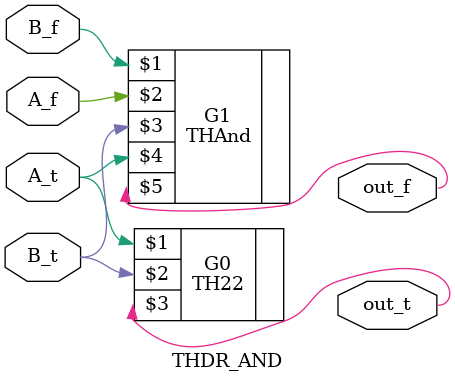
<source format=v>
module THDR_AND(A_t, A_f, B_t, B_f, out_t, out_f);

input A_t, A_f, B_t,B_f;
output out_t, out_f;

TH22 G0(A_t, B_t, out_t);
THAnd G1(B_f, A_f, B_t, A_t, out_f);

endmodule
</source>
